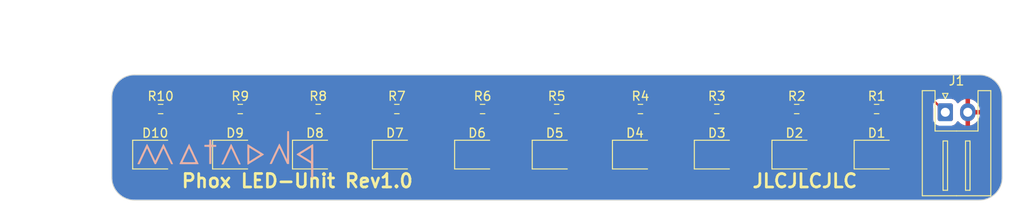
<source format=kicad_pcb>
(kicad_pcb (version 20221018) (generator pcbnew)
  (layers (0 "F.Cu" signal) (31 "B.Cu" signal) (34 "B.Paste" user) (35 "F.Paste" user) (36 "B.SilkS" user "B.Silkscreen") (37 "F.SilkS" user "F.Silkscreen") (38 "B.Mask" user) (39 "F.Mask" user) (44 "Edge.Cuts" user))
  (net 0 "")
  (net 1 "Net-(D1-A)")
  (net 2 "Net-(D2-A)")
  (net 3 "Net-(D3-A)")
  (net 4 "Net-(D4-A)")
  (net 5 "Net-(D5-A)")
  (net 6 "Net-(D6-A)")
  (net 7 "Net-(D7-A)")
  (net 8 "Net-(D8-A)")
  (net 9 "Net-(D9-A)")
  (net 10 "Net-(D10-A)")
  (net 11 "Net-(J1-Pin_1)")
  (net 12 "/GND")
  (footprint "Resistor_SMD:R_0603_1608Metric_Pad0.98x0.95mm_HandSolder" (layer "F.Cu") (at 72.4925 69.85)
    (fp_text reference "R8" (at 0 -1.43) (layer "F.SilkS"))
    (fp_text value "100R")
    (pad "1" smd roundrect (at -0.9125 0) (size 0.975 0.95) (layers "F.Cu" "F.Paste" "F.Mask") (net 11 "Net-(J1-Pin_1)"))
    (pad "2" smd roundrect (at 0.9125 0) (size 0.975 0.95) (layers "F.Cu" "F.Paste" "F.Mask") (net 8 "Net-(D8-A)"))
  )
  (footprint "Resistor_SMD:R_0603_1608Metric_Pad0.98x0.95mm_HandSolder" (layer "F.Cu") (at 134.62 69.85)
    (fp_text reference "R1" (at 0 -1.43) (layer "F.SilkS"))
    (fp_text value "100R")
    (pad "1" smd roundrect (at -0.9125 0) (size 0.975 0.95) (layers "F.Cu" "F.Paste" "F.Mask") (net 11 "Net-(J1-Pin_1)"))
    (pad "2" smd roundrect (at 0.9125 0) (size 0.975 0.95) (layers "F.Cu" "F.Paste" "F.Mask") (net 1 "Net-(D1-A)"))
  )
  (footprint "LED_SMD:LED_PLCC_2835_Handsoldering" (layer "F.Cu") (at 116.84 74.93)
    (fp_text reference "D3" (at 0 -2.4) (layer "F.SilkS"))
    (fp_text value "TX1812DXA-F01")
    (pad "1" smd rect (at -1.05 0) (size 2.5 2.2) (layers "F.Cu" "F.Paste" "F.Mask") (net 12 "/GND"))
    (pad "2" smd rect (at 1.525 0) (size 1.55 2.2) (layers "F.Cu" "F.Paste" "F.Mask") (net 3 "Net-(D3-A)"))
  )
  (footprint "Resistor_SMD:R_0603_1608Metric_Pad0.98x0.95mm_HandSolder" (layer "F.Cu") (at 54.9675 69.85)
    (fp_text reference "R10" (at 0 -1.43) (layer "F.SilkS"))
    (fp_text value "100R")
    (pad "1" smd roundrect (at -0.9125 0) (size 0.975 0.95) (layers "F.Cu" "F.Paste" "F.Mask") (net 11 "Net-(J1-Pin_1)"))
    (pad "2" smd roundrect (at 0.9125 0) (size 0.975 0.95) (layers "F.Cu" "F.Paste" "F.Mask") (net 10 "Net-(D10-A)"))
  )
  (footprint "LED_SMD:LED_PLCC_2835_Handsoldering" (layer "F.Cu") (at 134.62 74.93)
    (fp_text reference "D1" (at 0 -2.4) (layer "F.SilkS"))
    (fp_text value "TX1812DXA-F01")
    (pad "1" smd rect (at -1.05 0) (size 2.5 2.2) (layers "F.Cu" "F.Paste" "F.Mask") (net 12 "/GND"))
    (pad "2" smd rect (at 1.525 0) (size 1.55 2.2) (layers "F.Cu" "F.Paste" "F.Mask") (net 1 "Net-(D1-A)"))
  )
  (footprint "LED_SMD:LED_PLCC_2835_Handsoldering" (layer "F.Cu") (at 54.355 74.93)
    (fp_text reference "D10" (at 0 -2.4) (layer "F.SilkS"))
    (fp_text value "TX1812DXA-F01")
    (pad "1" smd rect (at -1.05 0) (size 2.5 2.2) (layers "F.Cu" "F.Paste" "F.Mask") (net 12 "/GND"))
    (pad "2" smd rect (at 1.525 0) (size 1.55 2.2) (layers "F.Cu" "F.Paste" "F.Mask") (net 10 "Net-(D10-A)"))
  )
  (footprint "LED_SMD:LED_PLCC_2835_Handsoldering" (layer "F.Cu") (at 63.245 74.93)
    (fp_text reference "D9" (at 0 -2.4) (layer "F.SilkS"))
    (fp_text value "TX1812DXA-F01")
    (pad "1" smd rect (at -1.05 0) (size 2.5 2.2) (layers "F.Cu" "F.Paste" "F.Mask") (net 12 "/GND"))
    (pad "2" smd rect (at 1.525 0) (size 1.55 2.2) (layers "F.Cu" "F.Paste" "F.Mask") (net 9 "Net-(D9-A)"))
  )
  (footprint "Resistor_SMD:R_0603_1608Metric_Pad0.98x0.95mm_HandSolder" (layer "F.Cu") (at 63.8225 69.85)
    (fp_text reference "R9" (at 0 -1.43) (layer "F.SilkS"))
    (fp_text value "100R")
    (pad "1" smd roundrect (at -0.9125 0) (size 0.975 0.95) (layers "F.Cu" "F.Paste" "F.Mask") (net 11 "Net-(J1-Pin_1)"))
    (pad "2" smd roundrect (at 0.9125 0) (size 0.975 0.95) (layers "F.Cu" "F.Paste" "F.Mask") (net 9 "Net-(D9-A)"))
  )
  (footprint "LED_SMD:LED_PLCC_2835_Handsoldering" (layer "F.Cu") (at 81.025 74.93)
    (fp_text reference "D7" (at 0 -2.4) (layer "F.SilkS"))
    (fp_text value "TX1812DXA-F01")
    (pad "1" smd rect (at -1.05 0) (size 2.5 2.2) (layers "F.Cu" "F.Paste" "F.Mask") (net 12 "/GND"))
    (pad "2" smd rect (at 1.525 0) (size 1.55 2.2) (layers "F.Cu" "F.Paste" "F.Mask") (net 7 "Net-(D7-A)"))
  )
  (footprint "Resistor_SMD:R_0603_1608Metric_Pad0.98x0.95mm_HandSolder" (layer "F.Cu") (at 116.84 69.85)
    (fp_text reference "R3" (at 0 -1.43) (layer "F.SilkS"))
    (fp_text value "100R")
    (pad "1" smd roundrect (at -0.9125 0) (size 0.975 0.95) (layers "F.Cu" "F.Paste" "F.Mask") (net 11 "Net-(J1-Pin_1)"))
    (pad "2" smd roundrect (at 0.9125 0) (size 0.975 0.95) (layers "F.Cu" "F.Paste" "F.Mask") (net 3 "Net-(D3-A)"))
  )
  (footprint "LED_SMD:LED_PLCC_2835_Handsoldering" (layer "F.Cu") (at 98.805 74.93)
    (fp_text reference "D5" (at 0 -2.4) (layer "F.SilkS"))
    (fp_text value "TX1812DXA-F01")
    (pad "1" smd rect (at -1.05 0) (size 2.5 2.2) (layers "F.Cu" "F.Paste" "F.Mask") (net 12 "/GND"))
    (pad "2" smd rect (at 1.525 0) (size 1.55 2.2) (layers "F.Cu" "F.Paste" "F.Mask") (net 5 "Net-(D5-A)"))
  )
  (footprint "LED_SMD:LED_PLCC_2835_Handsoldering" (layer "F.Cu") (at 107.73 74.93)
    (fp_text reference "D4" (at 0 -2.4) (layer "F.SilkS"))
    (fp_text value "TX1812DXA-F01")
    (pad "1" smd rect (at -1.05 0) (size 2.5 2.2) (layers "F.Cu" "F.Paste" "F.Mask") (net 12 "/GND"))
    (pad "2" smd rect (at 1.525 0) (size 1.55 2.2) (layers "F.Cu" "F.Paste" "F.Mask") (net 4 "Net-(D4-A)"))
  )
  (footprint "Resistor_SMD:R_0603_1608Metric_Pad0.98x0.95mm_HandSolder" (layer "F.Cu") (at 90.7825 69.85)
    (fp_text reference "R6" (at 0 -1.43) (layer "F.SilkS"))
    (fp_text value "100R")
    (pad "1" smd roundrect (at -0.9125 0) (size 0.975 0.95) (layers "F.Cu" "F.Paste" "F.Mask") (net 11 "Net-(J1-Pin_1)"))
    (pad "2" smd roundrect (at 0.9125 0) (size 0.975 0.95) (layers "F.Cu" "F.Paste" "F.Mask") (net 6 "Net-(D6-A)"))
  )
  (footprint "Resistor_SMD:R_0603_1608Metric_Pad0.98x0.95mm_HandSolder" (layer "F.Cu") (at 81.245 69.85)
    (fp_text reference "R7" (at 0 -1.43) (layer "F.SilkS"))
    (fp_text value "100R")
    (pad "1" smd roundrect (at -0.9125 0) (size 0.975 0.95) (layers "F.Cu" "F.Paste" "F.Mask") (net 11 "Net-(J1-Pin_1)"))
    (pad "2" smd roundrect (at 0.9125 0) (size 0.975 0.95) (layers "F.Cu" "F.Paste" "F.Mask") (net 7 "Net-(D7-A)"))
  )
  (footprint "Resistor_SMD:R_0603_1608Metric_Pad0.98x0.95mm_HandSolder" (layer "F.Cu") (at 108.3425 69.85)
    (fp_text reference "R4" (at 0 -1.43) (layer "F.SilkS"))
    (fp_text value "100R")
    (pad "1" smd roundrect (at -0.9125 0) (size 0.975 0.95) (layers "F.Cu" "F.Paste" "F.Mask") (net 11 "Net-(J1-Pin_1)"))
    (pad "2" smd roundrect (at 0.9125 0) (size 0.975 0.95) (layers "F.Cu" "F.Paste" "F.Mask") (net 4 "Net-(D4-A)"))
  )
  (footprint "LED_SMD:LED_PLCC_2835_Handsoldering" (layer "F.Cu") (at 72.135 74.93)
    (fp_text reference "D8" (at 0 -2.4) (layer "F.SilkS"))
    (fp_text value "TX1812DXA-F01")
    (pad "1" smd rect (at -1.05 0) (size 2.5 2.2) (layers "F.Cu" "F.Paste" "F.Mask") (net 12 "/GND"))
    (pad "2" smd rect (at 1.525 0) (size 1.55 2.2) (layers "F.Cu" "F.Paste" "F.Mask") (net 8 "Net-(D8-A)"))
  )
  (footprint "Connector_JST:JST_XH_S2B-XH-A_1x02_P2.50mm_Horizontal" (layer "F.Cu") (at 142.26 70.21)
    (fp_text reference "J1" (at 1.25 -3.5) (layer "F.SilkS"))
    (fp_text value "Conn_01x02_Socket")
    (pad "1" thru_hole roundrect (at 0 0) (size 1.7 2) (drill 1) (layers "*.Cu" "*.Mask") (roundrect_rratio 0.1470588235) (net 11 "Net-(J1-Pin_1)"))
    (pad "2" thru_hole oval (at 2.5 0) (size 1.7 2) (drill 1) (layers "*.Cu" "*.Mask") (net 12 "/GND"))
  )
  (footprint "Resistor_SMD:R_0603_1608Metric_Pad0.98x0.95mm_HandSolder" (layer "F.Cu") (at 125.73 69.85)
    (fp_text reference "R2" (at 0 -1.43) (layer "F.SilkS"))
    (fp_text value "100R")
    (pad "1" smd roundrect (at -0.9125 0) (size 0.975 0.95) (layers "F.Cu" "F.Paste" "F.Mask") (net 11 "Net-(J1-Pin_1)"))
    (pad "2" smd roundrect (at 0.9125 0) (size 0.975 0.95) (layers "F.Cu" "F.Paste" "F.Mask") (net 2 "Net-(D2-A)"))
  )
  (footprint "LED_SMD:LED_PLCC_2835_Handsoldering" (layer "F.Cu") (at 90.17 74.93)
    (fp_text reference "D6" (at 0 -2.4) (layer "F.SilkS"))
    (fp_text value "TX1812DXA-F01")
    (pad "1" smd rect (at -1.05 0) (size 2.5 2.2) (layers "F.Cu" "F.Paste" "F.Mask") (net 12 "/GND"))
    (pad "2" smd rect (at 1.525 0) (size 1.55 2.2) (layers "F.Cu" "F.Paste" "F.Mask") (net 6 "Net-(D6-A)"))
  )
  (footprint "LED_SMD:LED_PLCC_2835_Handsoldering" (layer "F.Cu") (at 125.475 74.93)
    (fp_text reference "D2" (at 0 -2.4) (layer "F.SilkS"))
    (fp_text value "TX1812DXA-F01")
    (pad "1" smd rect (at -1.05 0) (size 2.5 2.2) (layers "F.Cu" "F.Paste" "F.Mask") (net 12 "/GND"))
    (pad "2" smd rect (at 1.525 0) (size 1.55 2.2) (layers "F.Cu" "F.Paste" "F.Mask") (net 2 "Net-(D2-A)"))
  )
  (footprint "Resistor_SMD:R_0603_1608Metric_Pad0.98x0.95mm_HandSolder" (layer "F.Cu") (at 99.025 69.85)
    (fp_text reference "R5" (at 0 -1.43) (layer "F.SilkS"))
    (fp_text value "100R")
    (pad "1" smd roundrect (at -0.9125 0) (size 0.975 0.95) (layers "F.Cu" "F.Paste" "F.Mask") (net 11 "Net-(J1-Pin_1)"))
    (pad "2" smd roundrect (at 0.9125 0) (size 0.975 0.95) (layers "F.Cu" "F.Paste" "F.Mask") (net 5 "Net-(D5-A)"))
  )
  (footprint "BLDC_lib:phantom" (layer "B.Cu") (at 62.23 74.93 180)
    (fp_text reference "G***")
    (fp_text value "LOGO" hide)
  )
  (gr_line (start 52.07 80.01) (end 146.05 80.01) (stroke (width 0.1)) (layer "Edge.Cuts"))
  (gr_line (start 146.05 66.04) (end 52.07 66.04) (stroke (width 0.1)) (layer "Edge.Cuts"))
  (gr_line (start 148.59 77.47) (end 148.59 68.58) (stroke (width 0.1)) (layer "Edge.Cuts"))
  (gr_arc (start 146.05 66.04) (mid 147.846051 66.783949) (end 148.59 68.58) (stroke (width 0.1)) (layer "Edge.Cuts"))
  (gr_arc (start 49.53 68.58) (mid 50.273949 66.783949) (end 52.07 66.04) (stroke (width 0.1)) (layer "Edge.Cuts"))
  (gr_line (start 49.53 68.58) (end 49.53 77.47) (stroke (width 0.1)) (layer "Edge.Cuts"))
  (gr_arc (start 52.07 80.01) (mid 50.273949 79.266051) (end 49.53 77.47) (stroke (width 0.1)) (layer "Edge.Cuts"))
  (gr_arc (start 148.59 77.47) (mid 147.846051 79.266051) (end 146.05 80.01) (stroke (width 0.1)) (layer "Edge.Cuts"))
  (gr_text "JLCJLCJLC" (at 120.65 78.74) (layer "F.SilkS") (effects (font (size 1.5 1.5) (thickness 0.3) bold) (justify left bottom)))
  (gr_text "Phox LED-Unit Rev1.0" (at 57.15 78.74) (layer "F.SilkS") (effects (font (size 1.5 1.5) (thickness 0.3) bold) (justify left bottom)))
  (segment (start 135.5325 69.85) (end 136.145 70.4625) (width 0.25) (layer "F.Cu") (net 1))
  (segment (start 136.145 70.4625) (end 136.145 74.93) (width 0.25) (layer "F.Cu") (net 1))
  (segment (start 126.6425 69.85) (end 127 70.2075) (width 0.25) (layer "F.Cu") (net 2))
  (segment (start 127 70.2075) (end 127 74.93) (width 0.25) (layer "F.Cu") (net 2))
  (segment (start 117.7525 69.85) (end 118.365 70.4625) (width 0.25) (layer "F.Cu") (net 3))
  (segment (start 118.365 70.4625) (end 118.365 74.93) (width 0.25) (layer "F.Cu") (net 3))
  (segment (start 109.255 69.85) (end 109.255 74.93) (width 0.25) (layer "F.Cu") (net 4))
  (segment (start 100.33 70.2425) (end 100.33 74.93) (width 0.25) (layer "F.Cu") (net 5))
  (segment (start 99.9375 69.85) (end 100.33 70.2425) (width 0.25) (layer "F.Cu") (net 5))
  (segment (start 91.695 69.85) (end 91.695 74.93) (width 0.25) (layer "F.Cu") (net 6))
  (segment (start 82.55 70.2425) (end 82.55 74.93) (width 0.25) (layer "F.Cu") (net 7))
  (segment (start 82.1575 69.85) (end 82.55 70.2425) (width 0.25) (layer "F.Cu") (net 7))
  (segment (start 73.405 69.85) (end 73.66 70.105) (width 0.25) (layer "F.Cu") (net 8))
  (segment (start 73.66 70.105) (end 73.66 74.93) (width 0.25) (layer "F.Cu") (net 8))
  (segment (start 64.77 69.885) (end 64.77 74.93) (width 0.25) (layer "F.Cu") (net 9))
  (segment (start 64.735 69.85) (end 64.77 69.885) (width 0.25) (layer "F.Cu") (net 9))
  (segment (start 55.88 69.85) (end 55.88 74.93) (width 0.25) (layer "F.Cu") (net 10))
  (segment (start 107.43 69.1) (end 109.22 67.31) (width 0.25) (layer "F.Cu") (net 11))
  (segment (start 115.9275 69.85) (end 115.9275 69.4925) (width 0.25) (layer "F.Cu") (net 11))
  (segment (start 142.26 70.21) (end 139.36 67.31) (width 0.25) (layer "F.Cu") (net 11))
  (segment (start 127 67.31) (end 118.11 67.31) (width 0.25) (layer "F.Cu") (net 11))
  (segment (start 71.58 69.85) (end 71.58 69.39) (width 0.25) (layer "F.Cu") (net 11))
  (segment (start 80.3325 69.5275) (end 82.55 67.31) (width 0.25) (layer "F.Cu") (net 11))
  (segment (start 64.77 67.31) (end 55.88 67.31) (width 0.25) (layer "F.Cu") (net 11))
  (segment (start 62.91 69.85) (end 62.91 69.17) (width 0.25) (layer "F.Cu") (net 11))
  (segment (start 124.8175 69.4925) (end 127 67.31) (width 0.25) (layer "F.Cu") (net 11))
  (segment (start 100.33 67.31) (end 91.44 67.31) (width 0.25) (layer "F.Cu") (net 11))
  (segment (start 71.58 69.39) (end 73.66 67.31) (width 0.25) (layer "F.Cu") (net 11))
  (segment (start 109.22 67.31) (end 100.33 67.31) (width 0.25) (layer "F.Cu") (net 11))
  (segment (start 133.7075 68.2225) (end 134.62 67.31) (width 0.25) (layer "F.Cu") (net 11))
  (segment (start 98.1125 69.85) (end 98.1125 69.5275) (width 0.25) (layer "F.Cu") (net 11))
  (segment (start 54.055 69.135) (end 54.055 69.85) (width 0.25) (layer "F.Cu") (net 11))
  (segment (start 91.44 67.31) (end 73.66 67.31) (width 0.25) (layer "F.Cu") (net 11))
  (segment (start 107.43 69.85) (end 107.43 69.1) (width 0.25) (layer "F.Cu") (net 11))
  (segment (start 80.3325 69.85) (end 80.3325 69.5275) (width 0.25) (layer "F.Cu") (net 11))
  (segment (start 89.87 69.85) (end 89.87 68.88) (width 0.25) (layer "F.Cu") (net 11))
  (segment (start 124.8175 69.85) (end 124.8175 69.4925) (width 0.25) (layer "F.Cu") (net 11))
  (segment (start 139.36 67.31) (end 134.62 67.31) (width 0.25) (layer "F.Cu") (net 11))
  (segment (start 55.88 67.31) (end 54.055 69.135) (width 0.25) (layer "F.Cu") (net 11))
  (segment (start 118.11 67.31) (end 109.22 67.31) (width 0.25) (layer "F.Cu") (net 11))
  (segment (start 73.66 67.31) (end 64.77 67.31) (width 0.25) (layer "F.Cu") (net 11))
  (segment (start 134.62 67.31) (end 127 67.31) (width 0.25) (layer "F.Cu") (net 11))
  (segment (start 115.9275 69.4925) (end 118.11 67.31) (width 0.25) (layer "F.Cu") (net 11))
  (segment (start 62.91 69.17) (end 64.77 67.31) (width 0.25) (layer "F.Cu") (net 11))
  (segment (start 89.87 68.88) (end 91.44 67.31) (width 0.25) (layer "F.Cu") (net 11))
  (segment (start 133.7075 69.85) (end 133.7075 68.2225) (width 0.25) (layer "F.Cu") (net 11))
  (segment (start 98.1125 69.5275) (end 100.33 67.31) (width 0.25) (layer "F.Cu") (net 11))
  (zone (net 12) (net_name "/GND") (layer "F.Cu") (connect_pads (clearance 0.5)) (min_thickness 0.25) (fill yes (thermal_gap 0.5) (thermal_bridge_width 0.5))
    (polygon (pts (xy 49.53 66.04) (xy 49.53 80.01) (xy 148.59 80.01) (xy 148.59 66.04)))
  )
  (zone (net 0) (net_name "") (layer "B.Cu") (priority 1) (connect_pads (clearance 0.5)) (min_thickness 0.25) (fill yes (thermal_gap 0.5) (thermal_bridge_width 0.5) (island_removal_mode 1) (island_area_min 10))
    (polygon (pts (xy 49.53 66.04) (xy 49.53 80.01) (xy 148.59 80.01) (xy 148.59 66.04)))
  )
)
</source>
